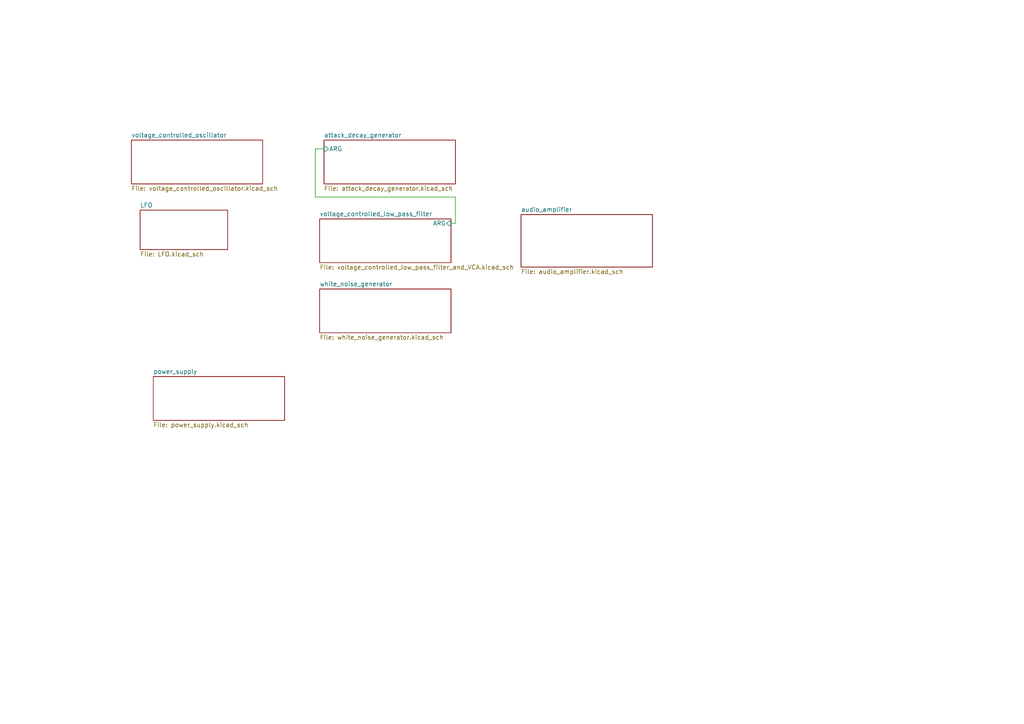
<source format=kicad_sch>
(kicad_sch (version 20230121) (generator eeschema)
  (paper "A4")
  (title_block (title "MFOS NOISE TOASTER Noise Box") (date "2020-10-07") (rev "1") (company "Sam Zeter"))
  (lib_symbols)
  (wire (pts (xy 91.44 43.18) (xy 93.98 43.18)))
  (wire (pts (xy 130.81 64.77) (xy 132.08 64.77)))
  (wire (pts (xy 91.44 57.15) (xy 91.44 43.18)))
  (wire (pts (xy 132.08 64.77) (xy 132.08 57.15)))
  (wire (pts (xy 132.08 57.15) (xy 91.44 57.15)))
  (sheet (at 92.71 83.82) (size 38.1 12.7)
    (property "Sheetname" "white_noise_generator" (at 92.71 83.1084 0) (effects (justify left bottom)))
    (property "Sheetfile" "white_noise_generator.kicad_sch" (at 92.71 97.1046 0) (effects (justify left top)))
  )
  (sheet (at 92.71 63.5) (size 38.1 12.7)
    (property "Sheetname" "voltage_controlled_low_pass_filter" (at 92.71 62.7884 0) (effects (justify left bottom)))
    (property "Sheetfile" "voltage_controlled_low_pass_filter_and_VCA.kicad_sch" (at 92.71 76.7846 0) (effects (justify left top)))
    (pin "ARG" input (at 130.81 64.77 0))
  )
  (sheet (at 38.1 40.64) (size 38.1 12.7)
    (property "Sheetname" "voltage_controlled_oscillator" (at 38.1 39.9284 0) (effects (justify left bottom)))
    (property "Sheetfile" "voltage_controlled_oscillator.kicad_sch" (at 38.1 53.9246 0) (effects (justify left top)))
  )
  (sheet (at 93.98 40.64) (size 38.1 12.7)
    (property "Sheetname" "attack_decay_generator" (at 93.98 39.9284 0) (effects (justify left bottom)))
    (property "Sheetfile" "attack_decay_generator.kicad_sch" (at 93.98 53.9246 0) (effects (justify left top)))
    (pin "ARG" input (at 93.98 43.18 180))
  )
  (sheet (at 44.45 109.22) (size 38.1 12.7)
    (property "Sheetname" "power_supply" (at 44.45 108.5084 0) (effects (justify left bottom)))
    (property "Sheetfile" "power_supply.kicad_sch" (at 44.45 122.5046 0) (effects (justify left top)))
  )
  (sheet (at 151.13 62.23) (size 38.1 15.24)
    (property "Sheetname" "audio_amplifier" (at 151.13 61.5184 0) (effects (justify left bottom)))
    (property "Sheetfile" "audio_amplifier.kicad_sch" (at 151.13 78.0546 0) (effects (justify left top)))
  )
  (sheet (at 40.64 60.96) (size 25.4 11.43)
    (property "Sheetname" "LFO" (at 40.64 60.2484 0) (effects (justify left bottom)))
    (property "Sheetfile" "LFO.kicad_sch" (at 40.64 72.9746 0) (effects (justify left top)))
  )
)
</source>
